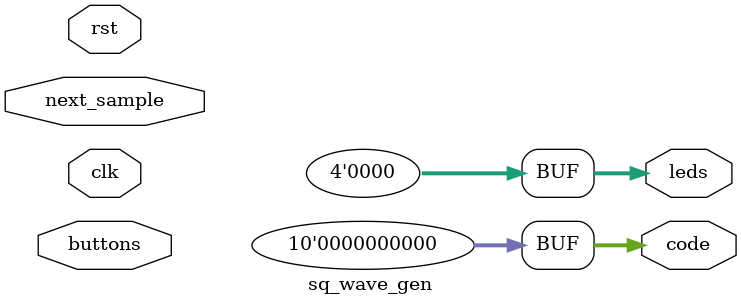
<source format=v>
module sq_wave_gen #(
    parameter STEP = 10
)(
    input clk,
    input rst,
    input next_sample,
    input [2:0] buttons,
    output [9:0] code,
    output [3:0] leds
);
    assign code = 0;
    assign leds = 0;
endmodule
</source>
